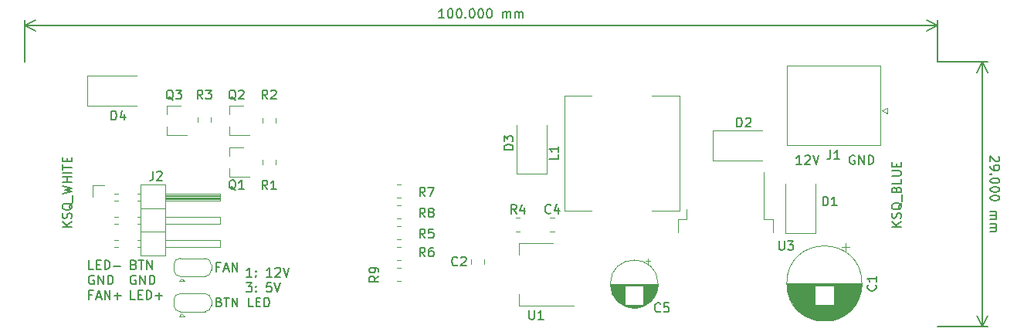
<source format=gbr>
%TF.GenerationSoftware,KiCad,Pcbnew,5.1.9+dfsg1-1*%
%TF.CreationDate,2021-11-29T12:28:50+01:00*%
%TF.ProjectId,Esp8266AquariumLight,45737038-3236-4364-9171-75617269756d,rev?*%
%TF.SameCoordinates,Original*%
%TF.FileFunction,Legend,Top*%
%TF.FilePolarity,Positive*%
%FSLAX46Y46*%
G04 Gerber Fmt 4.6, Leading zero omitted, Abs format (unit mm)*
G04 Created by KiCad (PCBNEW 5.1.9+dfsg1-1) date 2021-11-29 12:28:50*
%MOMM*%
%LPD*%
G01*
G04 APERTURE LIST*
%ADD10C,0.150000*%
%ADD11C,0.120000*%
G04 APERTURE END LIST*
D10*
X124859404Y-123567380D02*
X124287976Y-123567380D01*
X124573690Y-123567380D02*
X124573690Y-122567380D01*
X124478452Y-122710238D01*
X124383214Y-122805476D01*
X124287976Y-122853095D01*
X125287976Y-123472142D02*
X125335595Y-123519761D01*
X125287976Y-123567380D01*
X125240357Y-123519761D01*
X125287976Y-123472142D01*
X125287976Y-123567380D01*
X125287976Y-122948333D02*
X125335595Y-122995952D01*
X125287976Y-123043571D01*
X125240357Y-122995952D01*
X125287976Y-122948333D01*
X125287976Y-123043571D01*
X127049880Y-123567380D02*
X126478452Y-123567380D01*
X126764166Y-123567380D02*
X126764166Y-122567380D01*
X126668928Y-122710238D01*
X126573690Y-122805476D01*
X126478452Y-122853095D01*
X127430833Y-122662619D02*
X127478452Y-122615000D01*
X127573690Y-122567380D01*
X127811785Y-122567380D01*
X127907023Y-122615000D01*
X127954642Y-122662619D01*
X128002261Y-122757857D01*
X128002261Y-122853095D01*
X127954642Y-122995952D01*
X127383214Y-123567380D01*
X128002261Y-123567380D01*
X128287976Y-122567380D02*
X128621309Y-123567380D01*
X128954642Y-122567380D01*
X124240357Y-124217380D02*
X124859404Y-124217380D01*
X124526071Y-124598333D01*
X124668928Y-124598333D01*
X124764166Y-124645952D01*
X124811785Y-124693571D01*
X124859404Y-124788809D01*
X124859404Y-125026904D01*
X124811785Y-125122142D01*
X124764166Y-125169761D01*
X124668928Y-125217380D01*
X124383214Y-125217380D01*
X124287976Y-125169761D01*
X124240357Y-125122142D01*
X125287976Y-125122142D02*
X125335595Y-125169761D01*
X125287976Y-125217380D01*
X125240357Y-125169761D01*
X125287976Y-125122142D01*
X125287976Y-125217380D01*
X125287976Y-124598333D02*
X125335595Y-124645952D01*
X125287976Y-124693571D01*
X125240357Y-124645952D01*
X125287976Y-124598333D01*
X125287976Y-124693571D01*
X127002261Y-124217380D02*
X126526071Y-124217380D01*
X126478452Y-124693571D01*
X126526071Y-124645952D01*
X126621309Y-124598333D01*
X126859404Y-124598333D01*
X126954642Y-124645952D01*
X127002261Y-124693571D01*
X127049880Y-124788809D01*
X127049880Y-125026904D01*
X127002261Y-125122142D01*
X126954642Y-125169761D01*
X126859404Y-125217380D01*
X126621309Y-125217380D01*
X126526071Y-125169761D01*
X126478452Y-125122142D01*
X127335595Y-124217380D02*
X127668928Y-125217380D01*
X128002261Y-124217380D01*
X185133333Y-111242380D02*
X184561904Y-111242380D01*
X184847619Y-111242380D02*
X184847619Y-110242380D01*
X184752380Y-110385238D01*
X184657142Y-110480476D01*
X184561904Y-110528095D01*
X185514285Y-110337619D02*
X185561904Y-110290000D01*
X185657142Y-110242380D01*
X185895238Y-110242380D01*
X185990476Y-110290000D01*
X186038095Y-110337619D01*
X186085714Y-110432857D01*
X186085714Y-110528095D01*
X186038095Y-110670952D01*
X185466666Y-111242380D01*
X186085714Y-111242380D01*
X186371428Y-110242380D02*
X186704761Y-111242380D01*
X187038095Y-110242380D01*
X190942857Y-110290000D02*
X190847619Y-110242380D01*
X190704761Y-110242380D01*
X190561904Y-110290000D01*
X190466666Y-110385238D01*
X190419047Y-110480476D01*
X190371428Y-110670952D01*
X190371428Y-110813809D01*
X190419047Y-111004285D01*
X190466666Y-111099523D01*
X190561904Y-111194761D01*
X190704761Y-111242380D01*
X190800000Y-111242380D01*
X190942857Y-111194761D01*
X190990476Y-111147142D01*
X190990476Y-110813809D01*
X190800000Y-110813809D01*
X191419047Y-111242380D02*
X191419047Y-110242380D01*
X191990476Y-111242380D01*
X191990476Y-110242380D01*
X192466666Y-111242380D02*
X192466666Y-110242380D01*
X192704761Y-110242380D01*
X192847619Y-110290000D01*
X192942857Y-110385238D01*
X192990476Y-110480476D01*
X193038095Y-110670952D01*
X193038095Y-110813809D01*
X192990476Y-111004285D01*
X192942857Y-111099523D01*
X192847619Y-111194761D01*
X192704761Y-111242380D01*
X192466666Y-111242380D01*
X145952380Y-95164380D02*
X145380952Y-95164380D01*
X145666666Y-95164380D02*
X145666666Y-94164380D01*
X145571428Y-94307238D01*
X145476190Y-94402476D01*
X145380952Y-94450095D01*
X146571428Y-94164380D02*
X146666666Y-94164380D01*
X146761904Y-94212000D01*
X146809523Y-94259619D01*
X146857142Y-94354857D01*
X146904761Y-94545333D01*
X146904761Y-94783428D01*
X146857142Y-94973904D01*
X146809523Y-95069142D01*
X146761904Y-95116761D01*
X146666666Y-95164380D01*
X146571428Y-95164380D01*
X146476190Y-95116761D01*
X146428571Y-95069142D01*
X146380952Y-94973904D01*
X146333333Y-94783428D01*
X146333333Y-94545333D01*
X146380952Y-94354857D01*
X146428571Y-94259619D01*
X146476190Y-94212000D01*
X146571428Y-94164380D01*
X147523809Y-94164380D02*
X147619047Y-94164380D01*
X147714285Y-94212000D01*
X147761904Y-94259619D01*
X147809523Y-94354857D01*
X147857142Y-94545333D01*
X147857142Y-94783428D01*
X147809523Y-94973904D01*
X147761904Y-95069142D01*
X147714285Y-95116761D01*
X147619047Y-95164380D01*
X147523809Y-95164380D01*
X147428571Y-95116761D01*
X147380952Y-95069142D01*
X147333333Y-94973904D01*
X147285714Y-94783428D01*
X147285714Y-94545333D01*
X147333333Y-94354857D01*
X147380952Y-94259619D01*
X147428571Y-94212000D01*
X147523809Y-94164380D01*
X148285714Y-95069142D02*
X148333333Y-95116761D01*
X148285714Y-95164380D01*
X148238095Y-95116761D01*
X148285714Y-95069142D01*
X148285714Y-95164380D01*
X148952380Y-94164380D02*
X149047619Y-94164380D01*
X149142857Y-94212000D01*
X149190476Y-94259619D01*
X149238095Y-94354857D01*
X149285714Y-94545333D01*
X149285714Y-94783428D01*
X149238095Y-94973904D01*
X149190476Y-95069142D01*
X149142857Y-95116761D01*
X149047619Y-95164380D01*
X148952380Y-95164380D01*
X148857142Y-95116761D01*
X148809523Y-95069142D01*
X148761904Y-94973904D01*
X148714285Y-94783428D01*
X148714285Y-94545333D01*
X148761904Y-94354857D01*
X148809523Y-94259619D01*
X148857142Y-94212000D01*
X148952380Y-94164380D01*
X149904761Y-94164380D02*
X150000000Y-94164380D01*
X150095238Y-94212000D01*
X150142857Y-94259619D01*
X150190476Y-94354857D01*
X150238095Y-94545333D01*
X150238095Y-94783428D01*
X150190476Y-94973904D01*
X150142857Y-95069142D01*
X150095238Y-95116761D01*
X150000000Y-95164380D01*
X149904761Y-95164380D01*
X149809523Y-95116761D01*
X149761904Y-95069142D01*
X149714285Y-94973904D01*
X149666666Y-94783428D01*
X149666666Y-94545333D01*
X149714285Y-94354857D01*
X149761904Y-94259619D01*
X149809523Y-94212000D01*
X149904761Y-94164380D01*
X150857142Y-94164380D02*
X150952380Y-94164380D01*
X151047619Y-94212000D01*
X151095238Y-94259619D01*
X151142857Y-94354857D01*
X151190476Y-94545333D01*
X151190476Y-94783428D01*
X151142857Y-94973904D01*
X151095238Y-95069142D01*
X151047619Y-95116761D01*
X150952380Y-95164380D01*
X150857142Y-95164380D01*
X150761904Y-95116761D01*
X150714285Y-95069142D01*
X150666666Y-94973904D01*
X150619047Y-94783428D01*
X150619047Y-94545333D01*
X150666666Y-94354857D01*
X150714285Y-94259619D01*
X150761904Y-94212000D01*
X150857142Y-94164380D01*
X152380952Y-95164380D02*
X152380952Y-94497714D01*
X152380952Y-94592952D02*
X152428571Y-94545333D01*
X152523809Y-94497714D01*
X152666666Y-94497714D01*
X152761904Y-94545333D01*
X152809523Y-94640571D01*
X152809523Y-95164380D01*
X152809523Y-94640571D02*
X152857142Y-94545333D01*
X152952380Y-94497714D01*
X153095238Y-94497714D01*
X153190476Y-94545333D01*
X153238095Y-94640571D01*
X153238095Y-95164380D01*
X153714285Y-95164380D02*
X153714285Y-94497714D01*
X153714285Y-94592952D02*
X153761904Y-94545333D01*
X153857142Y-94497714D01*
X154000000Y-94497714D01*
X154095238Y-94545333D01*
X154142857Y-94640571D01*
X154142857Y-95164380D01*
X154142857Y-94640571D02*
X154190476Y-94545333D01*
X154285714Y-94497714D01*
X154428571Y-94497714D01*
X154523809Y-94545333D01*
X154571428Y-94640571D01*
X154571428Y-95164380D01*
X100000000Y-96012000D02*
X200000000Y-96012000D01*
X100000000Y-100000000D02*
X100000000Y-95425579D01*
X200000000Y-100000000D02*
X200000000Y-95425579D01*
X200000000Y-96012000D02*
X198873496Y-96598421D01*
X200000000Y-96012000D02*
X198873496Y-95425579D01*
X100000000Y-96012000D02*
X101126504Y-96598421D01*
X100000000Y-96012000D02*
X101126504Y-95425579D01*
X206730380Y-110357142D02*
X206778000Y-110404761D01*
X206825619Y-110500000D01*
X206825619Y-110738095D01*
X206778000Y-110833333D01*
X206730380Y-110880952D01*
X206635142Y-110928571D01*
X206539904Y-110928571D01*
X206397047Y-110880952D01*
X205825619Y-110309523D01*
X205825619Y-110928571D01*
X205825619Y-111404761D02*
X205825619Y-111595238D01*
X205873238Y-111690476D01*
X205920857Y-111738095D01*
X206063714Y-111833333D01*
X206254190Y-111880952D01*
X206635142Y-111880952D01*
X206730380Y-111833333D01*
X206778000Y-111785714D01*
X206825619Y-111690476D01*
X206825619Y-111500000D01*
X206778000Y-111404761D01*
X206730380Y-111357142D01*
X206635142Y-111309523D01*
X206397047Y-111309523D01*
X206301809Y-111357142D01*
X206254190Y-111404761D01*
X206206571Y-111500000D01*
X206206571Y-111690476D01*
X206254190Y-111785714D01*
X206301809Y-111833333D01*
X206397047Y-111880952D01*
X205920857Y-112309523D02*
X205873238Y-112357142D01*
X205825619Y-112309523D01*
X205873238Y-112261904D01*
X205920857Y-112309523D01*
X205825619Y-112309523D01*
X206825619Y-112976190D02*
X206825619Y-113071428D01*
X206778000Y-113166666D01*
X206730380Y-113214285D01*
X206635142Y-113261904D01*
X206444666Y-113309523D01*
X206206571Y-113309523D01*
X206016095Y-113261904D01*
X205920857Y-113214285D01*
X205873238Y-113166666D01*
X205825619Y-113071428D01*
X205825619Y-112976190D01*
X205873238Y-112880952D01*
X205920857Y-112833333D01*
X206016095Y-112785714D01*
X206206571Y-112738095D01*
X206444666Y-112738095D01*
X206635142Y-112785714D01*
X206730380Y-112833333D01*
X206778000Y-112880952D01*
X206825619Y-112976190D01*
X206825619Y-113928571D02*
X206825619Y-114023809D01*
X206778000Y-114119047D01*
X206730380Y-114166666D01*
X206635142Y-114214285D01*
X206444666Y-114261904D01*
X206206571Y-114261904D01*
X206016095Y-114214285D01*
X205920857Y-114166666D01*
X205873238Y-114119047D01*
X205825619Y-114023809D01*
X205825619Y-113928571D01*
X205873238Y-113833333D01*
X205920857Y-113785714D01*
X206016095Y-113738095D01*
X206206571Y-113690476D01*
X206444666Y-113690476D01*
X206635142Y-113738095D01*
X206730380Y-113785714D01*
X206778000Y-113833333D01*
X206825619Y-113928571D01*
X206825619Y-114880952D02*
X206825619Y-114976190D01*
X206778000Y-115071428D01*
X206730380Y-115119047D01*
X206635142Y-115166666D01*
X206444666Y-115214285D01*
X206206571Y-115214285D01*
X206016095Y-115166666D01*
X205920857Y-115119047D01*
X205873238Y-115071428D01*
X205825619Y-114976190D01*
X205825619Y-114880952D01*
X205873238Y-114785714D01*
X205920857Y-114738095D01*
X206016095Y-114690476D01*
X206206571Y-114642857D01*
X206444666Y-114642857D01*
X206635142Y-114690476D01*
X206730380Y-114738095D01*
X206778000Y-114785714D01*
X206825619Y-114880952D01*
X205825619Y-116404761D02*
X206492285Y-116404761D01*
X206397047Y-116404761D02*
X206444666Y-116452380D01*
X206492285Y-116547619D01*
X206492285Y-116690476D01*
X206444666Y-116785714D01*
X206349428Y-116833333D01*
X205825619Y-116833333D01*
X206349428Y-116833333D02*
X206444666Y-116880952D01*
X206492285Y-116976190D01*
X206492285Y-117119047D01*
X206444666Y-117214285D01*
X206349428Y-117261904D01*
X205825619Y-117261904D01*
X205825619Y-117738095D02*
X206492285Y-117738095D01*
X206397047Y-117738095D02*
X206444666Y-117785714D01*
X206492285Y-117880952D01*
X206492285Y-118023809D01*
X206444666Y-118119047D01*
X206349428Y-118166666D01*
X205825619Y-118166666D01*
X206349428Y-118166666D02*
X206444666Y-118214285D01*
X206492285Y-118309523D01*
X206492285Y-118452380D01*
X206444666Y-118547619D01*
X206349428Y-118595238D01*
X205825619Y-118595238D01*
X204978000Y-100000000D02*
X204978000Y-129000000D01*
X200000000Y-100000000D02*
X205564421Y-100000000D01*
X200000000Y-129000000D02*
X205564421Y-129000000D01*
X204978000Y-129000000D02*
X204391579Y-127873496D01*
X204978000Y-129000000D02*
X205564421Y-127873496D01*
X204978000Y-100000000D02*
X204391579Y-101126504D01*
X204978000Y-100000000D02*
X205564421Y-101126504D01*
X111920928Y-122230571D02*
X112063785Y-122278190D01*
X112111404Y-122325809D01*
X112159023Y-122421047D01*
X112159023Y-122563904D01*
X112111404Y-122659142D01*
X112063785Y-122706761D01*
X111968547Y-122754380D01*
X111587595Y-122754380D01*
X111587595Y-121754380D01*
X111920928Y-121754380D01*
X112016166Y-121802000D01*
X112063785Y-121849619D01*
X112111404Y-121944857D01*
X112111404Y-122040095D01*
X112063785Y-122135333D01*
X112016166Y-122182952D01*
X111920928Y-122230571D01*
X111587595Y-122230571D01*
X112444738Y-121754380D02*
X113016166Y-121754380D01*
X112730452Y-122754380D02*
X112730452Y-121754380D01*
X113349500Y-122754380D02*
X113349500Y-121754380D01*
X113920928Y-122754380D01*
X113920928Y-121754380D01*
X112111404Y-123452000D02*
X112016166Y-123404380D01*
X111873309Y-123404380D01*
X111730452Y-123452000D01*
X111635214Y-123547238D01*
X111587595Y-123642476D01*
X111539976Y-123832952D01*
X111539976Y-123975809D01*
X111587595Y-124166285D01*
X111635214Y-124261523D01*
X111730452Y-124356761D01*
X111873309Y-124404380D01*
X111968547Y-124404380D01*
X112111404Y-124356761D01*
X112159023Y-124309142D01*
X112159023Y-123975809D01*
X111968547Y-123975809D01*
X112587595Y-124404380D02*
X112587595Y-123404380D01*
X113159023Y-124404380D01*
X113159023Y-123404380D01*
X113635214Y-124404380D02*
X113635214Y-123404380D01*
X113873309Y-123404380D01*
X114016166Y-123452000D01*
X114111404Y-123547238D01*
X114159023Y-123642476D01*
X114206642Y-123832952D01*
X114206642Y-123975809D01*
X114159023Y-124166285D01*
X114111404Y-124261523D01*
X114016166Y-124356761D01*
X113873309Y-124404380D01*
X113635214Y-124404380D01*
X112063785Y-126054380D02*
X111587595Y-126054380D01*
X111587595Y-125054380D01*
X112397119Y-125530571D02*
X112730452Y-125530571D01*
X112873309Y-126054380D02*
X112397119Y-126054380D01*
X112397119Y-125054380D01*
X112873309Y-125054380D01*
X113301880Y-126054380D02*
X113301880Y-125054380D01*
X113539976Y-125054380D01*
X113682833Y-125102000D01*
X113778071Y-125197238D01*
X113825690Y-125292476D01*
X113873309Y-125482952D01*
X113873309Y-125625809D01*
X113825690Y-125816285D01*
X113778071Y-125911523D01*
X113682833Y-126006761D01*
X113539976Y-126054380D01*
X113301880Y-126054380D01*
X114301880Y-125673428D02*
X115063785Y-125673428D01*
X114682833Y-126054380D02*
X114682833Y-125292476D01*
X107491785Y-122754380D02*
X107015595Y-122754380D01*
X107015595Y-121754380D01*
X107825119Y-122230571D02*
X108158452Y-122230571D01*
X108301309Y-122754380D02*
X107825119Y-122754380D01*
X107825119Y-121754380D01*
X108301309Y-121754380D01*
X108729880Y-122754380D02*
X108729880Y-121754380D01*
X108967976Y-121754380D01*
X109110833Y-121802000D01*
X109206071Y-121897238D01*
X109253690Y-121992476D01*
X109301309Y-122182952D01*
X109301309Y-122325809D01*
X109253690Y-122516285D01*
X109206071Y-122611523D01*
X109110833Y-122706761D01*
X108967976Y-122754380D01*
X108729880Y-122754380D01*
X109729880Y-122373428D02*
X110491785Y-122373428D01*
X107539404Y-123452000D02*
X107444166Y-123404380D01*
X107301309Y-123404380D01*
X107158452Y-123452000D01*
X107063214Y-123547238D01*
X107015595Y-123642476D01*
X106967976Y-123832952D01*
X106967976Y-123975809D01*
X107015595Y-124166285D01*
X107063214Y-124261523D01*
X107158452Y-124356761D01*
X107301309Y-124404380D01*
X107396547Y-124404380D01*
X107539404Y-124356761D01*
X107587023Y-124309142D01*
X107587023Y-123975809D01*
X107396547Y-123975809D01*
X108015595Y-124404380D02*
X108015595Y-123404380D01*
X108587023Y-124404380D01*
X108587023Y-123404380D01*
X109063214Y-124404380D02*
X109063214Y-123404380D01*
X109301309Y-123404380D01*
X109444166Y-123452000D01*
X109539404Y-123547238D01*
X109587023Y-123642476D01*
X109634642Y-123832952D01*
X109634642Y-123975809D01*
X109587023Y-124166285D01*
X109539404Y-124261523D01*
X109444166Y-124356761D01*
X109301309Y-124404380D01*
X109063214Y-124404380D01*
X107348928Y-125530571D02*
X107015595Y-125530571D01*
X107015595Y-126054380D02*
X107015595Y-125054380D01*
X107491785Y-125054380D01*
X107825119Y-125768666D02*
X108301309Y-125768666D01*
X107729880Y-126054380D02*
X108063214Y-125054380D01*
X108396547Y-126054380D01*
X108729880Y-126054380D02*
X108729880Y-125054380D01*
X109301309Y-126054380D01*
X109301309Y-125054380D01*
X109777500Y-125673428D02*
X110539404Y-125673428D01*
X110158452Y-126054380D02*
X110158452Y-125292476D01*
D11*
%TO.C,J1*%
X194540000Y-105620000D02*
X193940000Y-105320000D01*
X194540000Y-105020000D02*
X194540000Y-105620000D01*
X193940000Y-105320000D02*
X194540000Y-105020000D01*
X183520000Y-109130000D02*
X193740000Y-109130000D01*
X183520000Y-100410000D02*
X183520000Y-109130000D01*
X193740000Y-100410000D02*
X183520000Y-100410000D01*
X193740000Y-109130000D02*
X193740000Y-100410000D01*
%TO.C,JP2*%
X116960000Y-125400000D02*
X119760000Y-125400000D01*
X120410000Y-126100000D02*
X120410000Y-126700000D01*
X119760000Y-127400000D02*
X116960000Y-127400000D01*
X116310000Y-126700000D02*
X116310000Y-126100000D01*
X117160000Y-127600000D02*
X116860000Y-127900000D01*
X116860000Y-127900000D02*
X117460000Y-127900000D01*
X117160000Y-127600000D02*
X117460000Y-127900000D01*
X116310000Y-126100000D02*
G75*
G02*
X117010000Y-125400000I700000J0D01*
G01*
X117010000Y-127400000D02*
G75*
G02*
X116310000Y-126700000I0J700000D01*
G01*
X120410000Y-126700000D02*
G75*
G02*
X119710000Y-127400000I-700000J0D01*
G01*
X119710000Y-125400000D02*
G75*
G02*
X120410000Y-126100000I0J-700000D01*
G01*
%TO.C,JP1*%
X116960000Y-121530000D02*
X119760000Y-121530000D01*
X120410000Y-122230000D02*
X120410000Y-122830000D01*
X119760000Y-123530000D02*
X116960000Y-123530000D01*
X116310000Y-122830000D02*
X116310000Y-122230000D01*
X117160000Y-123730000D02*
X116860000Y-124030000D01*
X116860000Y-124030000D02*
X117460000Y-124030000D01*
X117160000Y-123730000D02*
X117460000Y-124030000D01*
X116310000Y-122230000D02*
G75*
G02*
X117010000Y-121530000I700000J0D01*
G01*
X117010000Y-123530000D02*
G75*
G02*
X116310000Y-122830000I0J700000D01*
G01*
X120410000Y-122830000D02*
G75*
G02*
X119710000Y-123530000I-700000J0D01*
G01*
X119710000Y-121530000D02*
G75*
G02*
X120410000Y-122230000I0J-700000D01*
G01*
%TO.C,L1*%
X159130000Y-103680000D02*
X162130000Y-103680000D01*
X159130000Y-116280000D02*
X159130000Y-103680000D01*
X162130000Y-116280000D02*
X159130000Y-116280000D01*
X171730000Y-116280000D02*
X168730000Y-116280000D01*
X171730000Y-103680000D02*
X171730000Y-116280000D01*
X168730000Y-103680000D02*
X171730000Y-103680000D01*
%TO.C,C1*%
X190345000Y-120290302D02*
X189545000Y-120290302D01*
X189945000Y-119890302D02*
X189945000Y-120690302D01*
X188163000Y-128381000D02*
X187097000Y-128381000D01*
X188398000Y-128341000D02*
X186862000Y-128341000D01*
X188578000Y-128301000D02*
X186682000Y-128301000D01*
X188728000Y-128261000D02*
X186532000Y-128261000D01*
X188859000Y-128221000D02*
X186401000Y-128221000D01*
X188976000Y-128181000D02*
X186284000Y-128181000D01*
X189083000Y-128141000D02*
X186177000Y-128141000D01*
X189182000Y-128101000D02*
X186078000Y-128101000D01*
X189275000Y-128061000D02*
X185985000Y-128061000D01*
X189361000Y-128021000D02*
X185899000Y-128021000D01*
X189443000Y-127981000D02*
X185817000Y-127981000D01*
X189520000Y-127941000D02*
X185740000Y-127941000D01*
X189594000Y-127901000D02*
X185666000Y-127901000D01*
X189664000Y-127861000D02*
X185596000Y-127861000D01*
X189732000Y-127821000D02*
X185528000Y-127821000D01*
X189796000Y-127781000D02*
X185464000Y-127781000D01*
X189858000Y-127741000D02*
X185402000Y-127741000D01*
X189917000Y-127701000D02*
X185343000Y-127701000D01*
X189975000Y-127661000D02*
X185285000Y-127661000D01*
X190030000Y-127621000D02*
X185230000Y-127621000D01*
X190084000Y-127581000D02*
X185176000Y-127581000D01*
X190135000Y-127541000D02*
X185125000Y-127541000D01*
X190186000Y-127501000D02*
X185074000Y-127501000D01*
X190234000Y-127461000D02*
X185026000Y-127461000D01*
X190281000Y-127421000D02*
X184979000Y-127421000D01*
X190327000Y-127381000D02*
X184933000Y-127381000D01*
X190371000Y-127341000D02*
X184889000Y-127341000D01*
X190414000Y-127301000D02*
X184846000Y-127301000D01*
X190456000Y-127261000D02*
X184804000Y-127261000D01*
X190497000Y-127221000D02*
X184763000Y-127221000D01*
X190537000Y-127181000D02*
X184723000Y-127181000D01*
X190575000Y-127141000D02*
X184685000Y-127141000D01*
X190613000Y-127101000D02*
X184647000Y-127101000D01*
X190649000Y-127061000D02*
X184611000Y-127061000D01*
X190685000Y-127021000D02*
X184575000Y-127021000D01*
X190720000Y-126981000D02*
X184540000Y-126981000D01*
X190754000Y-126941000D02*
X184506000Y-126941000D01*
X190786000Y-126901000D02*
X184474000Y-126901000D01*
X190819000Y-126861000D02*
X184441000Y-126861000D01*
X190850000Y-126821000D02*
X184410000Y-126821000D01*
X190880000Y-126781000D02*
X184380000Y-126781000D01*
X190910000Y-126741000D02*
X184350000Y-126741000D01*
X190939000Y-126701000D02*
X184321000Y-126701000D01*
X190968000Y-126661000D02*
X184292000Y-126661000D01*
X190995000Y-126621000D02*
X184265000Y-126621000D01*
X186590000Y-126581000D02*
X184238000Y-126581000D01*
X191022000Y-126581000D02*
X188670000Y-126581000D01*
X186590000Y-126541000D02*
X184212000Y-126541000D01*
X191048000Y-126541000D02*
X188670000Y-126541000D01*
X186590000Y-126501000D02*
X184186000Y-126501000D01*
X191074000Y-126501000D02*
X188670000Y-126501000D01*
X186590000Y-126461000D02*
X184161000Y-126461000D01*
X191099000Y-126461000D02*
X188670000Y-126461000D01*
X186590000Y-126421000D02*
X184137000Y-126421000D01*
X191123000Y-126421000D02*
X188670000Y-126421000D01*
X186590000Y-126381000D02*
X184113000Y-126381000D01*
X191147000Y-126381000D02*
X188670000Y-126381000D01*
X186590000Y-126341000D02*
X184090000Y-126341000D01*
X191170000Y-126341000D02*
X188670000Y-126341000D01*
X186590000Y-126301000D02*
X184068000Y-126301000D01*
X191192000Y-126301000D02*
X188670000Y-126301000D01*
X186590000Y-126261000D02*
X184046000Y-126261000D01*
X191214000Y-126261000D02*
X188670000Y-126261000D01*
X186590000Y-126221000D02*
X184024000Y-126221000D01*
X191236000Y-126221000D02*
X188670000Y-126221000D01*
X186590000Y-126181000D02*
X184003000Y-126181000D01*
X191257000Y-126181000D02*
X188670000Y-126181000D01*
X186590000Y-126141000D02*
X183983000Y-126141000D01*
X191277000Y-126141000D02*
X188670000Y-126141000D01*
X186590000Y-126101000D02*
X183964000Y-126101000D01*
X191296000Y-126101000D02*
X188670000Y-126101000D01*
X186590000Y-126061000D02*
X183944000Y-126061000D01*
X191316000Y-126061000D02*
X188670000Y-126061000D01*
X186590000Y-126021000D02*
X183926000Y-126021000D01*
X191334000Y-126021000D02*
X188670000Y-126021000D01*
X186590000Y-125981000D02*
X183908000Y-125981000D01*
X191352000Y-125981000D02*
X188670000Y-125981000D01*
X186590000Y-125941000D02*
X183890000Y-125941000D01*
X191370000Y-125941000D02*
X188670000Y-125941000D01*
X186590000Y-125901000D02*
X183873000Y-125901000D01*
X191387000Y-125901000D02*
X188670000Y-125901000D01*
X186590000Y-125861000D02*
X183856000Y-125861000D01*
X191404000Y-125861000D02*
X188670000Y-125861000D01*
X186590000Y-125821000D02*
X183840000Y-125821000D01*
X191420000Y-125821000D02*
X188670000Y-125821000D01*
X186590000Y-125781000D02*
X183825000Y-125781000D01*
X191435000Y-125781000D02*
X188670000Y-125781000D01*
X186590000Y-125741000D02*
X183809000Y-125741000D01*
X191451000Y-125741000D02*
X188670000Y-125741000D01*
X186590000Y-125701000D02*
X183795000Y-125701000D01*
X191465000Y-125701000D02*
X188670000Y-125701000D01*
X186590000Y-125661000D02*
X183780000Y-125661000D01*
X191480000Y-125661000D02*
X188670000Y-125661000D01*
X186590000Y-125621000D02*
X183767000Y-125621000D01*
X191493000Y-125621000D02*
X188670000Y-125621000D01*
X186590000Y-125581000D02*
X183753000Y-125581000D01*
X191507000Y-125581000D02*
X188670000Y-125581000D01*
X186590000Y-125541000D02*
X183741000Y-125541000D01*
X191519000Y-125541000D02*
X188670000Y-125541000D01*
X186590000Y-125501000D02*
X183728000Y-125501000D01*
X191532000Y-125501000D02*
X188670000Y-125501000D01*
X186590000Y-125461000D02*
X183716000Y-125461000D01*
X191544000Y-125461000D02*
X188670000Y-125461000D01*
X186590000Y-125421000D02*
X183705000Y-125421000D01*
X191555000Y-125421000D02*
X188670000Y-125421000D01*
X186590000Y-125381000D02*
X183694000Y-125381000D01*
X191566000Y-125381000D02*
X188670000Y-125381000D01*
X186590000Y-125341000D02*
X183683000Y-125341000D01*
X191577000Y-125341000D02*
X188670000Y-125341000D01*
X186590000Y-125301000D02*
X183673000Y-125301000D01*
X191587000Y-125301000D02*
X188670000Y-125301000D01*
X186590000Y-125261000D02*
X183663000Y-125261000D01*
X191597000Y-125261000D02*
X188670000Y-125261000D01*
X186590000Y-125221000D02*
X183654000Y-125221000D01*
X191606000Y-125221000D02*
X188670000Y-125221000D01*
X186590000Y-125181000D02*
X183645000Y-125181000D01*
X191615000Y-125181000D02*
X188670000Y-125181000D01*
X186590000Y-125141000D02*
X183636000Y-125141000D01*
X191624000Y-125141000D02*
X188670000Y-125141000D01*
X186590000Y-125101000D02*
X183628000Y-125101000D01*
X191632000Y-125101000D02*
X188670000Y-125101000D01*
X186590000Y-125061000D02*
X183620000Y-125061000D01*
X191640000Y-125061000D02*
X188670000Y-125061000D01*
X186590000Y-125021000D02*
X183613000Y-125021000D01*
X191647000Y-125021000D02*
X188670000Y-125021000D01*
X186590000Y-124980000D02*
X183606000Y-124980000D01*
X191654000Y-124980000D02*
X188670000Y-124980000D01*
X186590000Y-124940000D02*
X183600000Y-124940000D01*
X191660000Y-124940000D02*
X188670000Y-124940000D01*
X186590000Y-124900000D02*
X183593000Y-124900000D01*
X191667000Y-124900000D02*
X188670000Y-124900000D01*
X186590000Y-124860000D02*
X183588000Y-124860000D01*
X191672000Y-124860000D02*
X188670000Y-124860000D01*
X186590000Y-124820000D02*
X183582000Y-124820000D01*
X191678000Y-124820000D02*
X188670000Y-124820000D01*
X186590000Y-124780000D02*
X183578000Y-124780000D01*
X191682000Y-124780000D02*
X188670000Y-124780000D01*
X186590000Y-124740000D02*
X183573000Y-124740000D01*
X191687000Y-124740000D02*
X188670000Y-124740000D01*
X186590000Y-124700000D02*
X183569000Y-124700000D01*
X191691000Y-124700000D02*
X188670000Y-124700000D01*
X186590000Y-124660000D02*
X183565000Y-124660000D01*
X191695000Y-124660000D02*
X188670000Y-124660000D01*
X186590000Y-124620000D02*
X183562000Y-124620000D01*
X191698000Y-124620000D02*
X188670000Y-124620000D01*
X186590000Y-124580000D02*
X183559000Y-124580000D01*
X191701000Y-124580000D02*
X188670000Y-124580000D01*
X186590000Y-124540000D02*
X183556000Y-124540000D01*
X191704000Y-124540000D02*
X188670000Y-124540000D01*
X191706000Y-124500000D02*
X183554000Y-124500000D01*
X191707000Y-124460000D02*
X183553000Y-124460000D01*
X191709000Y-124420000D02*
X183551000Y-124420000D01*
X191710000Y-124380000D02*
X183550000Y-124380000D01*
X191710000Y-124340000D02*
X183550000Y-124340000D01*
X191710000Y-124300000D02*
X183550000Y-124300000D01*
X191750000Y-124300000D02*
G75*
G03*
X191750000Y-124300000I-4120000J0D01*
G01*
%TO.C,J2*%
X107442000Y-113538000D02*
X108712000Y-113538000D01*
X107442000Y-114808000D02*
X107442000Y-113538000D01*
X109754929Y-120268000D02*
X110209071Y-120268000D01*
X109754929Y-119508000D02*
X110209071Y-119508000D01*
X112294929Y-120268000D02*
X112692000Y-120268000D01*
X112294929Y-119508000D02*
X112692000Y-119508000D01*
X121352000Y-120268000D02*
X115352000Y-120268000D01*
X121352000Y-119508000D02*
X121352000Y-120268000D01*
X115352000Y-119508000D02*
X121352000Y-119508000D01*
X112692000Y-118618000D02*
X115352000Y-118618000D01*
X109754929Y-117728000D02*
X110209071Y-117728000D01*
X109754929Y-116968000D02*
X110209071Y-116968000D01*
X112294929Y-117728000D02*
X112692000Y-117728000D01*
X112294929Y-116968000D02*
X112692000Y-116968000D01*
X121352000Y-117728000D02*
X115352000Y-117728000D01*
X121352000Y-116968000D02*
X121352000Y-117728000D01*
X115352000Y-116968000D02*
X121352000Y-116968000D01*
X112692000Y-116078000D02*
X115352000Y-116078000D01*
X109822000Y-115188000D02*
X110209071Y-115188000D01*
X109822000Y-114428000D02*
X110209071Y-114428000D01*
X112294929Y-115188000D02*
X112692000Y-115188000D01*
X112294929Y-114428000D02*
X112692000Y-114428000D01*
X115352000Y-115088000D02*
X121352000Y-115088000D01*
X115352000Y-114968000D02*
X121352000Y-114968000D01*
X115352000Y-114848000D02*
X121352000Y-114848000D01*
X115352000Y-114728000D02*
X121352000Y-114728000D01*
X115352000Y-114608000D02*
X121352000Y-114608000D01*
X115352000Y-114488000D02*
X121352000Y-114488000D01*
X121352000Y-115188000D02*
X115352000Y-115188000D01*
X121352000Y-114428000D02*
X121352000Y-115188000D01*
X115352000Y-114428000D02*
X121352000Y-114428000D01*
X115352000Y-113478000D02*
X112692000Y-113478000D01*
X115352000Y-121218000D02*
X115352000Y-113478000D01*
X112692000Y-121218000D02*
X115352000Y-121218000D01*
X112692000Y-113478000D02*
X112692000Y-121218000D01*
%TO.C,R3*%
X120369000Y-106549564D02*
X120369000Y-106095436D01*
X118899000Y-106549564D02*
X118899000Y-106095436D01*
%TO.C,R4*%
X153800436Y-118591000D02*
X154254564Y-118591000D01*
X153800436Y-117121000D02*
X154254564Y-117121000D01*
%TO.C,D4*%
X106804000Y-101474000D02*
X112204000Y-101474000D01*
X106804000Y-104774000D02*
X112204000Y-104774000D01*
X106804000Y-101474000D02*
X106804000Y-104774000D01*
%TO.C,Q3*%
X115572000Y-104846000D02*
X117032000Y-104846000D01*
X115572000Y-108006000D02*
X117732000Y-108006000D01*
X115572000Y-108006000D02*
X115572000Y-107076000D01*
X115572000Y-104846000D02*
X115572000Y-105776000D01*
%TO.C,U3*%
X172525000Y-117225000D02*
X172525000Y-116125000D01*
X171575000Y-117225000D02*
X172525000Y-117225000D01*
X171575000Y-118725000D02*
X171575000Y-117225000D01*
X181025000Y-117225000D02*
X181025000Y-112100000D01*
X181975000Y-117225000D02*
X181025000Y-117225000D01*
X181975000Y-118725000D02*
X181975000Y-117225000D01*
%TO.C,R2*%
X127481000Y-106653064D02*
X127481000Y-106198936D01*
X126011000Y-106653064D02*
X126011000Y-106198936D01*
%TO.C,R1*%
X127481000Y-111225064D02*
X127481000Y-110770936D01*
X126011000Y-111225064D02*
X126011000Y-110770936D01*
%TO.C,Q2*%
X122430000Y-104846000D02*
X123890000Y-104846000D01*
X122430000Y-108006000D02*
X124590000Y-108006000D01*
X122430000Y-108006000D02*
X122430000Y-107076000D01*
X122430000Y-104846000D02*
X122430000Y-105776000D01*
%TO.C,Q1*%
X122430000Y-109418000D02*
X123890000Y-109418000D01*
X122430000Y-112578000D02*
X124590000Y-112578000D01*
X122430000Y-112578000D02*
X122430000Y-111648000D01*
X122430000Y-109418000D02*
X122430000Y-110348000D01*
%TO.C,U1*%
X160130000Y-126700000D02*
X154120000Y-126700000D01*
X157880000Y-119880000D02*
X154120000Y-119880000D01*
X154120000Y-126700000D02*
X154120000Y-125440000D01*
X154120000Y-119880000D02*
X154120000Y-121140000D01*
%TO.C,R9*%
X140762936Y-124065000D02*
X141217064Y-124065000D01*
X140762936Y-122595000D02*
X141217064Y-122595000D01*
%TO.C,R8*%
X141197064Y-115727000D02*
X140742936Y-115727000D01*
X141197064Y-117197000D02*
X140742936Y-117197000D01*
%TO.C,R7*%
X141197064Y-113441000D02*
X140742936Y-113441000D01*
X141197064Y-114911000D02*
X140742936Y-114911000D01*
%TO.C,R6*%
X140742936Y-121769000D02*
X141197064Y-121769000D01*
X140742936Y-120299000D02*
X141197064Y-120299000D01*
%TO.C,R5*%
X140742936Y-119483000D02*
X141197064Y-119483000D01*
X140742936Y-118013000D02*
X141197064Y-118013000D01*
%TO.C,D3*%
X153900000Y-112290000D02*
X153900000Y-106890000D01*
X157200000Y-112290000D02*
X157200000Y-106890000D01*
X153900000Y-112290000D02*
X157200000Y-112290000D01*
%TO.C,D2*%
X175384000Y-107525000D02*
X180784000Y-107525000D01*
X175384000Y-110825000D02*
X180784000Y-110825000D01*
X175384000Y-107525000D02*
X175384000Y-110825000D01*
%TO.C,D1*%
X183375000Y-118750000D02*
X183375000Y-113350000D01*
X186675000Y-118750000D02*
X186675000Y-113350000D01*
X183375000Y-118750000D02*
X186675000Y-118750000D01*
%TO.C,C5*%
X168500000Y-121795225D02*
X168000000Y-121795225D01*
X168250000Y-121545225D02*
X168250000Y-122045225D01*
X167059000Y-126951000D02*
X166491000Y-126951000D01*
X167293000Y-126911000D02*
X166257000Y-126911000D01*
X167452000Y-126871000D02*
X166098000Y-126871000D01*
X167580000Y-126831000D02*
X165970000Y-126831000D01*
X167690000Y-126791000D02*
X165860000Y-126791000D01*
X167786000Y-126751000D02*
X165764000Y-126751000D01*
X167873000Y-126711000D02*
X165677000Y-126711000D01*
X167953000Y-126671000D02*
X165597000Y-126671000D01*
X165735000Y-126631000D02*
X165524000Y-126631000D01*
X168026000Y-126631000D02*
X167815000Y-126631000D01*
X165735000Y-126591000D02*
X165456000Y-126591000D01*
X168094000Y-126591000D02*
X167815000Y-126591000D01*
X165735000Y-126551000D02*
X165392000Y-126551000D01*
X168158000Y-126551000D02*
X167815000Y-126551000D01*
X165735000Y-126511000D02*
X165332000Y-126511000D01*
X168218000Y-126511000D02*
X167815000Y-126511000D01*
X165735000Y-126471000D02*
X165275000Y-126471000D01*
X168275000Y-126471000D02*
X167815000Y-126471000D01*
X165735000Y-126431000D02*
X165221000Y-126431000D01*
X168329000Y-126431000D02*
X167815000Y-126431000D01*
X165735000Y-126391000D02*
X165170000Y-126391000D01*
X168380000Y-126391000D02*
X167815000Y-126391000D01*
X165735000Y-126351000D02*
X165122000Y-126351000D01*
X168428000Y-126351000D02*
X167815000Y-126351000D01*
X165735000Y-126311000D02*
X165076000Y-126311000D01*
X168474000Y-126311000D02*
X167815000Y-126311000D01*
X165735000Y-126271000D02*
X165032000Y-126271000D01*
X168518000Y-126271000D02*
X167815000Y-126271000D01*
X165735000Y-126231000D02*
X164990000Y-126231000D01*
X168560000Y-126231000D02*
X167815000Y-126231000D01*
X165735000Y-126191000D02*
X164949000Y-126191000D01*
X168601000Y-126191000D02*
X167815000Y-126191000D01*
X165735000Y-126151000D02*
X164911000Y-126151000D01*
X168639000Y-126151000D02*
X167815000Y-126151000D01*
X165735000Y-126111000D02*
X164874000Y-126111000D01*
X168676000Y-126111000D02*
X167815000Y-126111000D01*
X165735000Y-126071000D02*
X164838000Y-126071000D01*
X168712000Y-126071000D02*
X167815000Y-126071000D01*
X165735000Y-126031000D02*
X164804000Y-126031000D01*
X168746000Y-126031000D02*
X167815000Y-126031000D01*
X165735000Y-125991000D02*
X164771000Y-125991000D01*
X168779000Y-125991000D02*
X167815000Y-125991000D01*
X165735000Y-125951000D02*
X164740000Y-125951000D01*
X168810000Y-125951000D02*
X167815000Y-125951000D01*
X165735000Y-125911000D02*
X164710000Y-125911000D01*
X168840000Y-125911000D02*
X167815000Y-125911000D01*
X165735000Y-125871000D02*
X164680000Y-125871000D01*
X168870000Y-125871000D02*
X167815000Y-125871000D01*
X165735000Y-125831000D02*
X164653000Y-125831000D01*
X168897000Y-125831000D02*
X167815000Y-125831000D01*
X165735000Y-125791000D02*
X164626000Y-125791000D01*
X168924000Y-125791000D02*
X167815000Y-125791000D01*
X165735000Y-125751000D02*
X164600000Y-125751000D01*
X168950000Y-125751000D02*
X167815000Y-125751000D01*
X165735000Y-125711000D02*
X164575000Y-125711000D01*
X168975000Y-125711000D02*
X167815000Y-125711000D01*
X165735000Y-125671000D02*
X164551000Y-125671000D01*
X168999000Y-125671000D02*
X167815000Y-125671000D01*
X165735000Y-125631000D02*
X164528000Y-125631000D01*
X169022000Y-125631000D02*
X167815000Y-125631000D01*
X165735000Y-125591000D02*
X164507000Y-125591000D01*
X169043000Y-125591000D02*
X167815000Y-125591000D01*
X165735000Y-125551000D02*
X164485000Y-125551000D01*
X169065000Y-125551000D02*
X167815000Y-125551000D01*
X165735000Y-125511000D02*
X164465000Y-125511000D01*
X169085000Y-125511000D02*
X167815000Y-125511000D01*
X165735000Y-125471000D02*
X164446000Y-125471000D01*
X169104000Y-125471000D02*
X167815000Y-125471000D01*
X165735000Y-125431000D02*
X164427000Y-125431000D01*
X169123000Y-125431000D02*
X167815000Y-125431000D01*
X165735000Y-125391000D02*
X164410000Y-125391000D01*
X169140000Y-125391000D02*
X167815000Y-125391000D01*
X165735000Y-125351000D02*
X164393000Y-125351000D01*
X169157000Y-125351000D02*
X167815000Y-125351000D01*
X165735000Y-125311000D02*
X164377000Y-125311000D01*
X169173000Y-125311000D02*
X167815000Y-125311000D01*
X165735000Y-125271000D02*
X164361000Y-125271000D01*
X169189000Y-125271000D02*
X167815000Y-125271000D01*
X165735000Y-125231000D02*
X164347000Y-125231000D01*
X169203000Y-125231000D02*
X167815000Y-125231000D01*
X165735000Y-125191000D02*
X164333000Y-125191000D01*
X169217000Y-125191000D02*
X167815000Y-125191000D01*
X165735000Y-125151000D02*
X164320000Y-125151000D01*
X169230000Y-125151000D02*
X167815000Y-125151000D01*
X165735000Y-125111000D02*
X164307000Y-125111000D01*
X169243000Y-125111000D02*
X167815000Y-125111000D01*
X165735000Y-125071000D02*
X164295000Y-125071000D01*
X169255000Y-125071000D02*
X167815000Y-125071000D01*
X165735000Y-125030000D02*
X164284000Y-125030000D01*
X169266000Y-125030000D02*
X167815000Y-125030000D01*
X165735000Y-124990000D02*
X164274000Y-124990000D01*
X169276000Y-124990000D02*
X167815000Y-124990000D01*
X165735000Y-124950000D02*
X164264000Y-124950000D01*
X169286000Y-124950000D02*
X167815000Y-124950000D01*
X165735000Y-124910000D02*
X164255000Y-124910000D01*
X169295000Y-124910000D02*
X167815000Y-124910000D01*
X165735000Y-124870000D02*
X164247000Y-124870000D01*
X169303000Y-124870000D02*
X167815000Y-124870000D01*
X165735000Y-124830000D02*
X164239000Y-124830000D01*
X169311000Y-124830000D02*
X167815000Y-124830000D01*
X165735000Y-124790000D02*
X164232000Y-124790000D01*
X169318000Y-124790000D02*
X167815000Y-124790000D01*
X165735000Y-124750000D02*
X164225000Y-124750000D01*
X169325000Y-124750000D02*
X167815000Y-124750000D01*
X165735000Y-124710000D02*
X164219000Y-124710000D01*
X169331000Y-124710000D02*
X167815000Y-124710000D01*
X165735000Y-124670000D02*
X164214000Y-124670000D01*
X169336000Y-124670000D02*
X167815000Y-124670000D01*
X165735000Y-124630000D02*
X164210000Y-124630000D01*
X169340000Y-124630000D02*
X167815000Y-124630000D01*
X165735000Y-124590000D02*
X164206000Y-124590000D01*
X169344000Y-124590000D02*
X167815000Y-124590000D01*
X169348000Y-124550000D02*
X164202000Y-124550000D01*
X169351000Y-124510000D02*
X164199000Y-124510000D01*
X169353000Y-124470000D02*
X164197000Y-124470000D01*
X169354000Y-124430000D02*
X164196000Y-124430000D01*
X169355000Y-124390000D02*
X164195000Y-124390000D01*
X169355000Y-124350000D02*
X164195000Y-124350000D01*
X169395000Y-124350000D02*
G75*
G03*
X169395000Y-124350000I-2620000J0D01*
G01*
%TO.C,C4*%
X157538748Y-118591000D02*
X158061252Y-118591000D01*
X157538748Y-117121000D02*
X158061252Y-117121000D01*
%TO.C,C2*%
X150341000Y-122181252D02*
X150341000Y-121658748D01*
X148871000Y-122181252D02*
X148871000Y-121658748D01*
%TO.C,J1*%
D10*
X188296666Y-109672380D02*
X188296666Y-110386666D01*
X188249047Y-110529523D01*
X188153809Y-110624761D01*
X188010952Y-110672380D01*
X187915714Y-110672380D01*
X189296666Y-110672380D02*
X188725238Y-110672380D01*
X189010952Y-110672380D02*
X189010952Y-109672380D01*
X188915714Y-109815238D01*
X188820476Y-109910476D01*
X188725238Y-109958095D01*
%TO.C,JP2*%
X121278571Y-126328571D02*
X121421428Y-126376190D01*
X121469047Y-126423809D01*
X121516666Y-126519047D01*
X121516666Y-126661904D01*
X121469047Y-126757142D01*
X121421428Y-126804761D01*
X121326190Y-126852380D01*
X120945238Y-126852380D01*
X120945238Y-125852380D01*
X121278571Y-125852380D01*
X121373809Y-125900000D01*
X121421428Y-125947619D01*
X121469047Y-126042857D01*
X121469047Y-126138095D01*
X121421428Y-126233333D01*
X121373809Y-126280952D01*
X121278571Y-126328571D01*
X120945238Y-126328571D01*
X121802380Y-125852380D02*
X122373809Y-125852380D01*
X122088095Y-126852380D02*
X122088095Y-125852380D01*
X122707142Y-126852380D02*
X122707142Y-125852380D01*
X123278571Y-126852380D01*
X123278571Y-125852380D01*
X124992857Y-126852380D02*
X124516666Y-126852380D01*
X124516666Y-125852380D01*
X125326190Y-126328571D02*
X125659523Y-126328571D01*
X125802380Y-126852380D02*
X125326190Y-126852380D01*
X125326190Y-125852380D01*
X125802380Y-125852380D01*
X126230952Y-126852380D02*
X126230952Y-125852380D01*
X126469047Y-125852380D01*
X126611904Y-125900000D01*
X126707142Y-125995238D01*
X126754761Y-126090476D01*
X126802380Y-126280952D01*
X126802380Y-126423809D01*
X126754761Y-126614285D01*
X126707142Y-126709523D01*
X126611904Y-126804761D01*
X126469047Y-126852380D01*
X126230952Y-126852380D01*
%TO.C,JP1*%
X121330476Y-122468571D02*
X120997142Y-122468571D01*
X120997142Y-122992380D02*
X120997142Y-121992380D01*
X121473333Y-121992380D01*
X121806666Y-122706666D02*
X122282857Y-122706666D01*
X121711428Y-122992380D02*
X122044761Y-121992380D01*
X122378095Y-122992380D01*
X122711428Y-122992380D02*
X122711428Y-121992380D01*
X123282857Y-122992380D01*
X123282857Y-121992380D01*
%TO.C,L1*%
X158482380Y-110146666D02*
X158482380Y-110622857D01*
X157482380Y-110622857D01*
X158482380Y-109289523D02*
X158482380Y-109860952D01*
X158482380Y-109575238D02*
X157482380Y-109575238D01*
X157625238Y-109670476D01*
X157720476Y-109765714D01*
X157768095Y-109860952D01*
%TO.C,C1*%
X193237142Y-124466666D02*
X193284761Y-124514285D01*
X193332380Y-124657142D01*
X193332380Y-124752380D01*
X193284761Y-124895238D01*
X193189523Y-124990476D01*
X193094285Y-125038095D01*
X192903809Y-125085714D01*
X192760952Y-125085714D01*
X192570476Y-125038095D01*
X192475238Y-124990476D01*
X192380000Y-124895238D01*
X192332380Y-124752380D01*
X192332380Y-124657142D01*
X192380000Y-124514285D01*
X192427619Y-124466666D01*
X193332380Y-123514285D02*
X193332380Y-124085714D01*
X193332380Y-123800000D02*
X192332380Y-123800000D01*
X192475238Y-123895238D01*
X192570476Y-123990476D01*
X192618095Y-124085714D01*
%TO.C,J2*%
X114033666Y-111990380D02*
X114033666Y-112704666D01*
X113986047Y-112847523D01*
X113890809Y-112942761D01*
X113747952Y-112990380D01*
X113652714Y-112990380D01*
X114462238Y-112085619D02*
X114509857Y-112038000D01*
X114605095Y-111990380D01*
X114843190Y-111990380D01*
X114938428Y-112038000D01*
X114986047Y-112085619D01*
X115033666Y-112180857D01*
X115033666Y-112276095D01*
X114986047Y-112418952D01*
X114414619Y-112990380D01*
X115033666Y-112990380D01*
%TO.C,R3*%
X119467333Y-104084380D02*
X119134000Y-103608190D01*
X118895904Y-104084380D02*
X118895904Y-103084380D01*
X119276857Y-103084380D01*
X119372095Y-103132000D01*
X119419714Y-103179619D01*
X119467333Y-103274857D01*
X119467333Y-103417714D01*
X119419714Y-103512952D01*
X119372095Y-103560571D01*
X119276857Y-103608190D01*
X118895904Y-103608190D01*
X119800666Y-103084380D02*
X120419714Y-103084380D01*
X120086380Y-103465333D01*
X120229238Y-103465333D01*
X120324476Y-103512952D01*
X120372095Y-103560571D01*
X120419714Y-103655809D01*
X120419714Y-103893904D01*
X120372095Y-103989142D01*
X120324476Y-104036761D01*
X120229238Y-104084380D01*
X119943523Y-104084380D01*
X119848285Y-104036761D01*
X119800666Y-103989142D01*
%TO.C,R4*%
X153860833Y-116658380D02*
X153527500Y-116182190D01*
X153289404Y-116658380D02*
X153289404Y-115658380D01*
X153670357Y-115658380D01*
X153765595Y-115706000D01*
X153813214Y-115753619D01*
X153860833Y-115848857D01*
X153860833Y-115991714D01*
X153813214Y-116086952D01*
X153765595Y-116134571D01*
X153670357Y-116182190D01*
X153289404Y-116182190D01*
X154717976Y-115991714D02*
X154717976Y-116658380D01*
X154479880Y-115610761D02*
X154241785Y-116325047D01*
X154860833Y-116325047D01*
%TO.C,D4*%
X109465904Y-106370380D02*
X109465904Y-105370380D01*
X109704000Y-105370380D01*
X109846857Y-105418000D01*
X109942095Y-105513238D01*
X109989714Y-105608476D01*
X110037333Y-105798952D01*
X110037333Y-105941809D01*
X109989714Y-106132285D01*
X109942095Y-106227523D01*
X109846857Y-106322761D01*
X109704000Y-106370380D01*
X109465904Y-106370380D01*
X110894476Y-105703714D02*
X110894476Y-106370380D01*
X110656380Y-105322761D02*
X110418285Y-106037047D01*
X111037333Y-106037047D01*
%TO.C,Q3*%
X116236761Y-104179619D02*
X116141523Y-104132000D01*
X116046285Y-104036761D01*
X115903428Y-103893904D01*
X115808190Y-103846285D01*
X115712952Y-103846285D01*
X115760571Y-104084380D02*
X115665333Y-104036761D01*
X115570095Y-103941523D01*
X115522476Y-103751047D01*
X115522476Y-103417714D01*
X115570095Y-103227238D01*
X115665333Y-103132000D01*
X115760571Y-103084380D01*
X115951047Y-103084380D01*
X116046285Y-103132000D01*
X116141523Y-103227238D01*
X116189142Y-103417714D01*
X116189142Y-103751047D01*
X116141523Y-103941523D01*
X116046285Y-104036761D01*
X115951047Y-104084380D01*
X115760571Y-104084380D01*
X116522476Y-103084380D02*
X117141523Y-103084380D01*
X116808190Y-103465333D01*
X116951047Y-103465333D01*
X117046285Y-103512952D01*
X117093904Y-103560571D01*
X117141523Y-103655809D01*
X117141523Y-103893904D01*
X117093904Y-103989142D01*
X117046285Y-104036761D01*
X116951047Y-104084380D01*
X116665333Y-104084380D01*
X116570095Y-104036761D01*
X116522476Y-103989142D01*
%TO.C,U3*%
X182663095Y-119627380D02*
X182663095Y-120436904D01*
X182710714Y-120532142D01*
X182758333Y-120579761D01*
X182853571Y-120627380D01*
X183044047Y-120627380D01*
X183139285Y-120579761D01*
X183186904Y-120532142D01*
X183234523Y-120436904D01*
X183234523Y-119627380D01*
X183615476Y-119627380D02*
X184234523Y-119627380D01*
X183901190Y-120008333D01*
X184044047Y-120008333D01*
X184139285Y-120055952D01*
X184186904Y-120103571D01*
X184234523Y-120198809D01*
X184234523Y-120436904D01*
X184186904Y-120532142D01*
X184139285Y-120579761D01*
X184044047Y-120627380D01*
X183758333Y-120627380D01*
X183663095Y-120579761D01*
X183615476Y-120532142D01*
%TO.C,R2*%
X126579333Y-104084380D02*
X126246000Y-103608190D01*
X126007904Y-104084380D02*
X126007904Y-103084380D01*
X126388857Y-103084380D01*
X126484095Y-103132000D01*
X126531714Y-103179619D01*
X126579333Y-103274857D01*
X126579333Y-103417714D01*
X126531714Y-103512952D01*
X126484095Y-103560571D01*
X126388857Y-103608190D01*
X126007904Y-103608190D01*
X126960285Y-103179619D02*
X127007904Y-103132000D01*
X127103142Y-103084380D01*
X127341238Y-103084380D01*
X127436476Y-103132000D01*
X127484095Y-103179619D01*
X127531714Y-103274857D01*
X127531714Y-103370095D01*
X127484095Y-103512952D01*
X126912666Y-104084380D01*
X127531714Y-104084380D01*
%TO.C,R1*%
X126579333Y-113990380D02*
X126246000Y-113514190D01*
X126007904Y-113990380D02*
X126007904Y-112990380D01*
X126388857Y-112990380D01*
X126484095Y-113038000D01*
X126531714Y-113085619D01*
X126579333Y-113180857D01*
X126579333Y-113323714D01*
X126531714Y-113418952D01*
X126484095Y-113466571D01*
X126388857Y-113514190D01*
X126007904Y-113514190D01*
X127531714Y-113990380D02*
X126960285Y-113990380D01*
X127246000Y-113990380D02*
X127246000Y-112990380D01*
X127150761Y-113133238D01*
X127055523Y-113228476D01*
X126960285Y-113276095D01*
%TO.C,Q2*%
X123094761Y-104179619D02*
X122999523Y-104132000D01*
X122904285Y-104036761D01*
X122761428Y-103893904D01*
X122666190Y-103846285D01*
X122570952Y-103846285D01*
X122618571Y-104084380D02*
X122523333Y-104036761D01*
X122428095Y-103941523D01*
X122380476Y-103751047D01*
X122380476Y-103417714D01*
X122428095Y-103227238D01*
X122523333Y-103132000D01*
X122618571Y-103084380D01*
X122809047Y-103084380D01*
X122904285Y-103132000D01*
X122999523Y-103227238D01*
X123047142Y-103417714D01*
X123047142Y-103751047D01*
X122999523Y-103941523D01*
X122904285Y-104036761D01*
X122809047Y-104084380D01*
X122618571Y-104084380D01*
X123428095Y-103179619D02*
X123475714Y-103132000D01*
X123570952Y-103084380D01*
X123809047Y-103084380D01*
X123904285Y-103132000D01*
X123951904Y-103179619D01*
X123999523Y-103274857D01*
X123999523Y-103370095D01*
X123951904Y-103512952D01*
X123380476Y-104084380D01*
X123999523Y-104084380D01*
%TO.C,Q1*%
X123094761Y-114045619D02*
X122999523Y-113998000D01*
X122904285Y-113902761D01*
X122761428Y-113759904D01*
X122666190Y-113712285D01*
X122570952Y-113712285D01*
X122618571Y-113950380D02*
X122523333Y-113902761D01*
X122428095Y-113807523D01*
X122380476Y-113617047D01*
X122380476Y-113283714D01*
X122428095Y-113093238D01*
X122523333Y-112998000D01*
X122618571Y-112950380D01*
X122809047Y-112950380D01*
X122904285Y-112998000D01*
X122999523Y-113093238D01*
X123047142Y-113283714D01*
X123047142Y-113617047D01*
X122999523Y-113807523D01*
X122904285Y-113902761D01*
X122809047Y-113950380D01*
X122618571Y-113950380D01*
X123999523Y-113950380D02*
X123428095Y-113950380D01*
X123713809Y-113950380D02*
X123713809Y-112950380D01*
X123618571Y-113093238D01*
X123523333Y-113188476D01*
X123428095Y-113236095D01*
%TO.C,U5*%
X196032380Y-118077809D02*
X195032380Y-118077809D01*
X196032380Y-117506380D02*
X195460952Y-117934952D01*
X195032380Y-117506380D02*
X195603809Y-118077809D01*
X195984761Y-117125428D02*
X196032380Y-116982571D01*
X196032380Y-116744476D01*
X195984761Y-116649238D01*
X195937142Y-116601619D01*
X195841904Y-116554000D01*
X195746666Y-116554000D01*
X195651428Y-116601619D01*
X195603809Y-116649238D01*
X195556190Y-116744476D01*
X195508571Y-116934952D01*
X195460952Y-117030190D01*
X195413333Y-117077809D01*
X195318095Y-117125428D01*
X195222857Y-117125428D01*
X195127619Y-117077809D01*
X195080000Y-117030190D01*
X195032380Y-116934952D01*
X195032380Y-116696857D01*
X195080000Y-116554000D01*
X196127619Y-115458761D02*
X196080000Y-115554000D01*
X195984761Y-115649238D01*
X195841904Y-115792095D01*
X195794285Y-115887333D01*
X195794285Y-115982571D01*
X196032380Y-115934952D02*
X195984761Y-116030190D01*
X195889523Y-116125428D01*
X195699047Y-116173047D01*
X195365714Y-116173047D01*
X195175238Y-116125428D01*
X195080000Y-116030190D01*
X195032380Y-115934952D01*
X195032380Y-115744476D01*
X195080000Y-115649238D01*
X195175238Y-115554000D01*
X195365714Y-115506380D01*
X195699047Y-115506380D01*
X195889523Y-115554000D01*
X195984761Y-115649238D01*
X196032380Y-115744476D01*
X196032380Y-115934952D01*
X196127619Y-115315904D02*
X196127619Y-114554000D01*
X195508571Y-113982571D02*
X195556190Y-113839714D01*
X195603809Y-113792095D01*
X195699047Y-113744476D01*
X195841904Y-113744476D01*
X195937142Y-113792095D01*
X195984761Y-113839714D01*
X196032380Y-113934952D01*
X196032380Y-114315904D01*
X195032380Y-114315904D01*
X195032380Y-113982571D01*
X195080000Y-113887333D01*
X195127619Y-113839714D01*
X195222857Y-113792095D01*
X195318095Y-113792095D01*
X195413333Y-113839714D01*
X195460952Y-113887333D01*
X195508571Y-113982571D01*
X195508571Y-114315904D01*
X196032380Y-112839714D02*
X196032380Y-113315904D01*
X195032380Y-113315904D01*
X195032380Y-112506380D02*
X195841904Y-112506380D01*
X195937142Y-112458761D01*
X195984761Y-112411142D01*
X196032380Y-112315904D01*
X196032380Y-112125428D01*
X195984761Y-112030190D01*
X195937142Y-111982571D01*
X195841904Y-111934952D01*
X195032380Y-111934952D01*
X195508571Y-111458761D02*
X195508571Y-111125428D01*
X196032380Y-110982571D02*
X196032380Y-111458761D01*
X195032380Y-111458761D01*
X195032380Y-110982571D01*
%TO.C,U4*%
X105100380Y-118109523D02*
X104100380Y-118109523D01*
X105100380Y-117538095D02*
X104528952Y-117966666D01*
X104100380Y-117538095D02*
X104671809Y-118109523D01*
X105052761Y-117157142D02*
X105100380Y-117014285D01*
X105100380Y-116776190D01*
X105052761Y-116680952D01*
X105005142Y-116633333D01*
X104909904Y-116585714D01*
X104814666Y-116585714D01*
X104719428Y-116633333D01*
X104671809Y-116680952D01*
X104624190Y-116776190D01*
X104576571Y-116966666D01*
X104528952Y-117061904D01*
X104481333Y-117109523D01*
X104386095Y-117157142D01*
X104290857Y-117157142D01*
X104195619Y-117109523D01*
X104148000Y-117061904D01*
X104100380Y-116966666D01*
X104100380Y-116728571D01*
X104148000Y-116585714D01*
X105195619Y-115490476D02*
X105148000Y-115585714D01*
X105052761Y-115680952D01*
X104909904Y-115823809D01*
X104862285Y-115919047D01*
X104862285Y-116014285D01*
X105100380Y-115966666D02*
X105052761Y-116061904D01*
X104957523Y-116157142D01*
X104767047Y-116204761D01*
X104433714Y-116204761D01*
X104243238Y-116157142D01*
X104148000Y-116061904D01*
X104100380Y-115966666D01*
X104100380Y-115776190D01*
X104148000Y-115680952D01*
X104243238Y-115585714D01*
X104433714Y-115538095D01*
X104767047Y-115538095D01*
X104957523Y-115585714D01*
X105052761Y-115680952D01*
X105100380Y-115776190D01*
X105100380Y-115966666D01*
X105195619Y-115347619D02*
X105195619Y-114585714D01*
X104100380Y-114442857D02*
X105100380Y-114204761D01*
X104386095Y-114014285D01*
X105100380Y-113823809D01*
X104100380Y-113585714D01*
X105100380Y-113204761D02*
X104100380Y-113204761D01*
X104576571Y-113204761D02*
X104576571Y-112633333D01*
X105100380Y-112633333D02*
X104100380Y-112633333D01*
X105100380Y-112157142D02*
X104100380Y-112157142D01*
X104100380Y-111823809D02*
X104100380Y-111252380D01*
X105100380Y-111538095D02*
X104100380Y-111538095D01*
X104576571Y-110919047D02*
X104576571Y-110585714D01*
X105100380Y-110442857D02*
X105100380Y-110919047D01*
X104100380Y-110919047D01*
X104100380Y-110442857D01*
%TO.C,U1*%
X155268095Y-127242380D02*
X155268095Y-128051904D01*
X155315714Y-128147142D01*
X155363333Y-128194761D01*
X155458571Y-128242380D01*
X155649047Y-128242380D01*
X155744285Y-128194761D01*
X155791904Y-128147142D01*
X155839523Y-128051904D01*
X155839523Y-127242380D01*
X156839523Y-128242380D02*
X156268095Y-128242380D01*
X156553809Y-128242380D02*
X156553809Y-127242380D01*
X156458571Y-127385238D01*
X156363333Y-127480476D01*
X156268095Y-127528095D01*
%TO.C,R9*%
X138751880Y-123496666D02*
X138275690Y-123830000D01*
X138751880Y-124068095D02*
X137751880Y-124068095D01*
X137751880Y-123687142D01*
X137799500Y-123591904D01*
X137847119Y-123544285D01*
X137942357Y-123496666D01*
X138085214Y-123496666D01*
X138180452Y-123544285D01*
X138228071Y-123591904D01*
X138275690Y-123687142D01*
X138275690Y-124068095D01*
X138751880Y-123020476D02*
X138751880Y-122830000D01*
X138704261Y-122734761D01*
X138656642Y-122687142D01*
X138513785Y-122591904D01*
X138323309Y-122544285D01*
X137942357Y-122544285D01*
X137847119Y-122591904D01*
X137799500Y-122639523D01*
X137751880Y-122734761D01*
X137751880Y-122925238D01*
X137799500Y-123020476D01*
X137847119Y-123068095D01*
X137942357Y-123115714D01*
X138180452Y-123115714D01*
X138275690Y-123068095D01*
X138323309Y-123020476D01*
X138370928Y-122925238D01*
X138370928Y-122734761D01*
X138323309Y-122639523D01*
X138275690Y-122591904D01*
X138180452Y-122544285D01*
%TO.C,R8*%
X143851333Y-117038380D02*
X143518000Y-116562190D01*
X143279904Y-117038380D02*
X143279904Y-116038380D01*
X143660857Y-116038380D01*
X143756095Y-116086000D01*
X143803714Y-116133619D01*
X143851333Y-116228857D01*
X143851333Y-116371714D01*
X143803714Y-116466952D01*
X143756095Y-116514571D01*
X143660857Y-116562190D01*
X143279904Y-116562190D01*
X144422761Y-116466952D02*
X144327523Y-116419333D01*
X144279904Y-116371714D01*
X144232285Y-116276476D01*
X144232285Y-116228857D01*
X144279904Y-116133619D01*
X144327523Y-116086000D01*
X144422761Y-116038380D01*
X144613238Y-116038380D01*
X144708476Y-116086000D01*
X144756095Y-116133619D01*
X144803714Y-116228857D01*
X144803714Y-116276476D01*
X144756095Y-116371714D01*
X144708476Y-116419333D01*
X144613238Y-116466952D01*
X144422761Y-116466952D01*
X144327523Y-116514571D01*
X144279904Y-116562190D01*
X144232285Y-116657428D01*
X144232285Y-116847904D01*
X144279904Y-116943142D01*
X144327523Y-116990761D01*
X144422761Y-117038380D01*
X144613238Y-117038380D01*
X144708476Y-116990761D01*
X144756095Y-116943142D01*
X144803714Y-116847904D01*
X144803714Y-116657428D01*
X144756095Y-116562190D01*
X144708476Y-116514571D01*
X144613238Y-116466952D01*
%TO.C,R7*%
X143851333Y-114752380D02*
X143518000Y-114276190D01*
X143279904Y-114752380D02*
X143279904Y-113752380D01*
X143660857Y-113752380D01*
X143756095Y-113800000D01*
X143803714Y-113847619D01*
X143851333Y-113942857D01*
X143851333Y-114085714D01*
X143803714Y-114180952D01*
X143756095Y-114228571D01*
X143660857Y-114276190D01*
X143279904Y-114276190D01*
X144184666Y-113752380D02*
X144851333Y-113752380D01*
X144422761Y-114752380D01*
%TO.C,R6*%
X143851333Y-121356380D02*
X143518000Y-120880190D01*
X143279904Y-121356380D02*
X143279904Y-120356380D01*
X143660857Y-120356380D01*
X143756095Y-120404000D01*
X143803714Y-120451619D01*
X143851333Y-120546857D01*
X143851333Y-120689714D01*
X143803714Y-120784952D01*
X143756095Y-120832571D01*
X143660857Y-120880190D01*
X143279904Y-120880190D01*
X144708476Y-120356380D02*
X144518000Y-120356380D01*
X144422761Y-120404000D01*
X144375142Y-120451619D01*
X144279904Y-120594476D01*
X144232285Y-120784952D01*
X144232285Y-121165904D01*
X144279904Y-121261142D01*
X144327523Y-121308761D01*
X144422761Y-121356380D01*
X144613238Y-121356380D01*
X144708476Y-121308761D01*
X144756095Y-121261142D01*
X144803714Y-121165904D01*
X144803714Y-120927809D01*
X144756095Y-120832571D01*
X144708476Y-120784952D01*
X144613238Y-120737333D01*
X144422761Y-120737333D01*
X144327523Y-120784952D01*
X144279904Y-120832571D01*
X144232285Y-120927809D01*
%TO.C,R5*%
X143851333Y-119324380D02*
X143518000Y-118848190D01*
X143279904Y-119324380D02*
X143279904Y-118324380D01*
X143660857Y-118324380D01*
X143756095Y-118372000D01*
X143803714Y-118419619D01*
X143851333Y-118514857D01*
X143851333Y-118657714D01*
X143803714Y-118752952D01*
X143756095Y-118800571D01*
X143660857Y-118848190D01*
X143279904Y-118848190D01*
X144756095Y-118324380D02*
X144279904Y-118324380D01*
X144232285Y-118800571D01*
X144279904Y-118752952D01*
X144375142Y-118705333D01*
X144613238Y-118705333D01*
X144708476Y-118752952D01*
X144756095Y-118800571D01*
X144803714Y-118895809D01*
X144803714Y-119133904D01*
X144756095Y-119229142D01*
X144708476Y-119276761D01*
X144613238Y-119324380D01*
X144375142Y-119324380D01*
X144279904Y-119276761D01*
X144232285Y-119229142D01*
%TO.C,D3*%
X153502380Y-109628095D02*
X152502380Y-109628095D01*
X152502380Y-109390000D01*
X152550000Y-109247142D01*
X152645238Y-109151904D01*
X152740476Y-109104285D01*
X152930952Y-109056666D01*
X153073809Y-109056666D01*
X153264285Y-109104285D01*
X153359523Y-109151904D01*
X153454761Y-109247142D01*
X153502380Y-109390000D01*
X153502380Y-109628095D01*
X152502380Y-108723333D02*
X152502380Y-108104285D01*
X152883333Y-108437619D01*
X152883333Y-108294761D01*
X152930952Y-108199523D01*
X152978571Y-108151904D01*
X153073809Y-108104285D01*
X153311904Y-108104285D01*
X153407142Y-108151904D01*
X153454761Y-108199523D01*
X153502380Y-108294761D01*
X153502380Y-108580476D01*
X153454761Y-108675714D01*
X153407142Y-108723333D01*
%TO.C,D2*%
X178045904Y-107127380D02*
X178045904Y-106127380D01*
X178284000Y-106127380D01*
X178426857Y-106175000D01*
X178522095Y-106270238D01*
X178569714Y-106365476D01*
X178617333Y-106555952D01*
X178617333Y-106698809D01*
X178569714Y-106889285D01*
X178522095Y-106984523D01*
X178426857Y-107079761D01*
X178284000Y-107127380D01*
X178045904Y-107127380D01*
X178998285Y-106222619D02*
X179045904Y-106175000D01*
X179141142Y-106127380D01*
X179379238Y-106127380D01*
X179474476Y-106175000D01*
X179522095Y-106222619D01*
X179569714Y-106317857D01*
X179569714Y-106413095D01*
X179522095Y-106555952D01*
X178950666Y-107127380D01*
X179569714Y-107127380D01*
%TO.C,D1*%
X187475904Y-115768380D02*
X187475904Y-114768380D01*
X187714000Y-114768380D01*
X187856857Y-114816000D01*
X187952095Y-114911238D01*
X187999714Y-115006476D01*
X188047333Y-115196952D01*
X188047333Y-115339809D01*
X187999714Y-115530285D01*
X187952095Y-115625523D01*
X187856857Y-115720761D01*
X187714000Y-115768380D01*
X187475904Y-115768380D01*
X188999714Y-115768380D02*
X188428285Y-115768380D01*
X188714000Y-115768380D02*
X188714000Y-114768380D01*
X188618761Y-114911238D01*
X188523523Y-115006476D01*
X188428285Y-115054095D01*
%TO.C,C5*%
X169653333Y-127337142D02*
X169605714Y-127384761D01*
X169462857Y-127432380D01*
X169367619Y-127432380D01*
X169224761Y-127384761D01*
X169129523Y-127289523D01*
X169081904Y-127194285D01*
X169034285Y-127003809D01*
X169034285Y-126860952D01*
X169081904Y-126670476D01*
X169129523Y-126575238D01*
X169224761Y-126480000D01*
X169367619Y-126432380D01*
X169462857Y-126432380D01*
X169605714Y-126480000D01*
X169653333Y-126527619D01*
X170558095Y-126432380D02*
X170081904Y-126432380D01*
X170034285Y-126908571D01*
X170081904Y-126860952D01*
X170177142Y-126813333D01*
X170415238Y-126813333D01*
X170510476Y-126860952D01*
X170558095Y-126908571D01*
X170605714Y-127003809D01*
X170605714Y-127241904D01*
X170558095Y-127337142D01*
X170510476Y-127384761D01*
X170415238Y-127432380D01*
X170177142Y-127432380D01*
X170081904Y-127384761D01*
X170034285Y-127337142D01*
%TO.C,C4*%
X157633333Y-116533142D02*
X157585714Y-116580761D01*
X157442857Y-116628380D01*
X157347619Y-116628380D01*
X157204761Y-116580761D01*
X157109523Y-116485523D01*
X157061904Y-116390285D01*
X157014285Y-116199809D01*
X157014285Y-116056952D01*
X157061904Y-115866476D01*
X157109523Y-115771238D01*
X157204761Y-115676000D01*
X157347619Y-115628380D01*
X157442857Y-115628380D01*
X157585714Y-115676000D01*
X157633333Y-115723619D01*
X158490476Y-115961714D02*
X158490476Y-116628380D01*
X158252380Y-115580761D02*
X158014285Y-116295047D01*
X158633333Y-116295047D01*
%TO.C,C2*%
X147407333Y-122277142D02*
X147359714Y-122324761D01*
X147216857Y-122372380D01*
X147121619Y-122372380D01*
X146978761Y-122324761D01*
X146883523Y-122229523D01*
X146835904Y-122134285D01*
X146788285Y-121943809D01*
X146788285Y-121800952D01*
X146835904Y-121610476D01*
X146883523Y-121515238D01*
X146978761Y-121420000D01*
X147121619Y-121372380D01*
X147216857Y-121372380D01*
X147359714Y-121420000D01*
X147407333Y-121467619D01*
X147788285Y-121467619D02*
X147835904Y-121420000D01*
X147931142Y-121372380D01*
X148169238Y-121372380D01*
X148264476Y-121420000D01*
X148312095Y-121467619D01*
X148359714Y-121562857D01*
X148359714Y-121658095D01*
X148312095Y-121800952D01*
X147740666Y-122372380D01*
X148359714Y-122372380D01*
%TD*%
M02*

</source>
